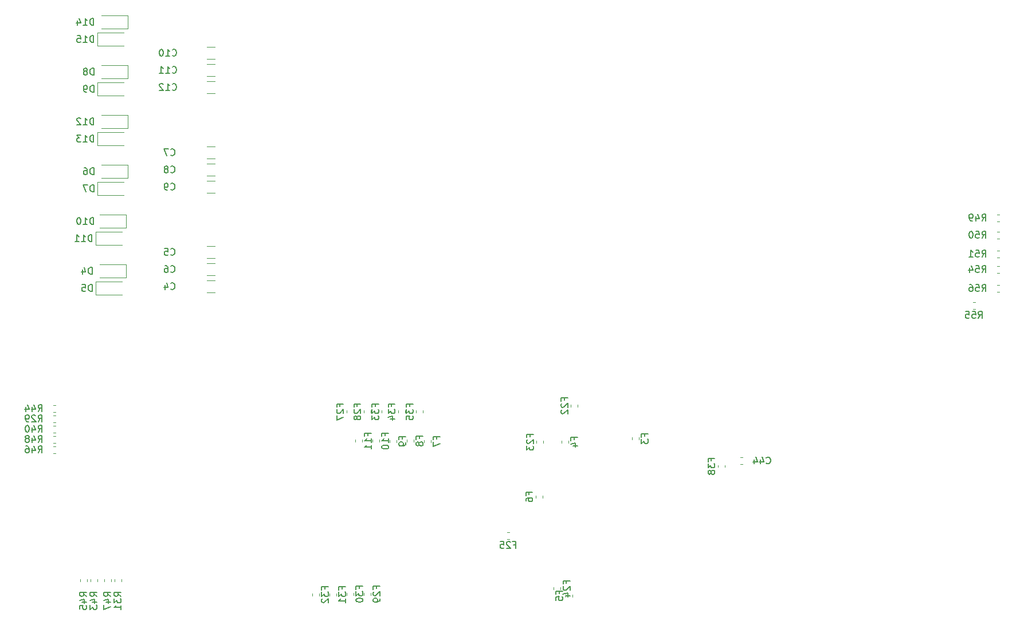
<source format=gbr>
G04 #@! TF.GenerationSoftware,KiCad,Pcbnew,5.1.4*
G04 #@! TF.CreationDate,2019-10-01T18:25:40-04:00*
G04 #@! TF.ProjectId,SolarCarECU,536f6c61-7243-4617-9245-43552e6b6963,rev?*
G04 #@! TF.SameCoordinates,Original*
G04 #@! TF.FileFunction,Legend,Bot*
G04 #@! TF.FilePolarity,Positive*
%FSLAX46Y46*%
G04 Gerber Fmt 4.6, Leading zero omitted, Abs format (unit mm)*
G04 Created by KiCad (PCBNEW 5.1.4) date 2019-10-01 18:25:40*
%MOMM*%
%LPD*%
G04 APERTURE LIST*
%ADD10C,0.120000*%
%ADD11C,0.150000*%
G04 APERTURE END LIST*
D10*
X219039221Y-84072000D02*
X219364779Y-84072000D01*
X219039221Y-85092000D02*
X219364779Y-85092000D01*
X219039221Y-81278000D02*
X219364779Y-81278000D01*
X219039221Y-82298000D02*
X219364779Y-82298000D01*
X219039221Y-78992000D02*
X219364779Y-78992000D01*
X219039221Y-80012000D02*
X219364779Y-80012000D01*
X219039221Y-76198000D02*
X219364779Y-76198000D01*
X219039221Y-77218000D02*
X219364779Y-77218000D01*
X219039221Y-73658000D02*
X219364779Y-73658000D01*
X219039221Y-74678000D02*
X219364779Y-74678000D01*
X79918779Y-107444000D02*
X79593221Y-107444000D01*
X79918779Y-106424000D02*
X79593221Y-106424000D01*
X88140000Y-127599221D02*
X88140000Y-127924779D01*
X87120000Y-127599221D02*
X87120000Y-127924779D01*
X79918779Y-108968000D02*
X79593221Y-108968000D01*
X79918779Y-107948000D02*
X79593221Y-107948000D01*
X84584000Y-127599221D02*
X84584000Y-127924779D01*
X83564000Y-127599221D02*
X83564000Y-127924779D01*
X79918779Y-102872000D02*
X79593221Y-102872000D01*
X79918779Y-101852000D02*
X79593221Y-101852000D01*
X86108000Y-127599221D02*
X86108000Y-127924779D01*
X85088000Y-127599221D02*
X85088000Y-127924779D01*
X79918779Y-105920000D02*
X79593221Y-105920000D01*
X79918779Y-104900000D02*
X79593221Y-104900000D01*
X89664000Y-127599221D02*
X89664000Y-127924779D01*
X88644000Y-127599221D02*
X88644000Y-127924779D01*
X79918779Y-104396000D02*
X79593221Y-104396000D01*
X79918779Y-103376000D02*
X79593221Y-103376000D01*
X181091721Y-109599000D02*
X181417279Y-109599000D01*
X181091721Y-110619000D02*
X181417279Y-110619000D01*
X86142000Y-48752000D02*
X90042000Y-48752000D01*
X86142000Y-46752000D02*
X90042000Y-46752000D01*
X86142000Y-48752000D02*
X86142000Y-46752000D01*
X90642000Y-44212000D02*
X86742000Y-44212000D01*
X90642000Y-46212000D02*
X86742000Y-46212000D01*
X90642000Y-44212000D02*
X90642000Y-46212000D01*
X86142000Y-63484000D02*
X90042000Y-63484000D01*
X86142000Y-61484000D02*
X90042000Y-61484000D01*
X86142000Y-63484000D02*
X86142000Y-61484000D01*
X90642000Y-58944000D02*
X86742000Y-58944000D01*
X90642000Y-60944000D02*
X86742000Y-60944000D01*
X90642000Y-58944000D02*
X90642000Y-60944000D01*
X85888000Y-78216000D02*
X89788000Y-78216000D01*
X85888000Y-76216000D02*
X89788000Y-76216000D01*
X85888000Y-78216000D02*
X85888000Y-76216000D01*
X90388000Y-73676000D02*
X86488000Y-73676000D01*
X90388000Y-75676000D02*
X86488000Y-75676000D01*
X90388000Y-73676000D02*
X90388000Y-75676000D01*
X86142000Y-56118000D02*
X90042000Y-56118000D01*
X86142000Y-54118000D02*
X90042000Y-54118000D01*
X86142000Y-56118000D02*
X86142000Y-54118000D01*
X90642000Y-51578000D02*
X86742000Y-51578000D01*
X90642000Y-53578000D02*
X86742000Y-53578000D01*
X90642000Y-51578000D02*
X90642000Y-53578000D01*
X86142000Y-70850000D02*
X90042000Y-70850000D01*
X86142000Y-68850000D02*
X90042000Y-68850000D01*
X86142000Y-70850000D02*
X86142000Y-68850000D01*
X90642000Y-66310000D02*
X86742000Y-66310000D01*
X90642000Y-68310000D02*
X86742000Y-68310000D01*
X90642000Y-66310000D02*
X90642000Y-68310000D01*
X85888000Y-85582000D02*
X89788000Y-85582000D01*
X85888000Y-83582000D02*
X89788000Y-83582000D01*
X85888000Y-85582000D02*
X85888000Y-83582000D01*
X90388000Y-81042000D02*
X86488000Y-81042000D01*
X90388000Y-83042000D02*
X86488000Y-83042000D01*
X90388000Y-81042000D02*
X90388000Y-83042000D01*
X103472064Y-55774000D02*
X102267936Y-55774000D01*
X103472064Y-53954000D02*
X102267936Y-53954000D01*
X103472064Y-82698000D02*
X102267936Y-82698000D01*
X103472064Y-80878000D02*
X102267936Y-80878000D01*
X103472064Y-65426000D02*
X102267936Y-65426000D01*
X103472064Y-63606000D02*
X102267936Y-63606000D01*
X103472064Y-53234000D02*
X102267936Y-53234000D01*
X103472064Y-51414000D02*
X102267936Y-51414000D01*
X103472064Y-50694000D02*
X102267936Y-50694000D01*
X103472064Y-48874000D02*
X102267936Y-48874000D01*
X103472064Y-80158000D02*
X102267936Y-80158000D01*
X103472064Y-78338000D02*
X102267936Y-78338000D01*
X103472064Y-85238000D02*
X102267936Y-85238000D01*
X103472064Y-83418000D02*
X102267936Y-83418000D01*
X103472064Y-70506000D02*
X102267936Y-70506000D01*
X103472064Y-68686000D02*
X102267936Y-68686000D01*
X103472064Y-67966000D02*
X102267936Y-67966000D01*
X103472064Y-66146000D02*
X102267936Y-66146000D01*
X165098000Y-106969779D02*
X165098000Y-106644221D01*
X166118000Y-106969779D02*
X166118000Y-106644221D01*
X155704000Y-107452279D02*
X155704000Y-107126721D01*
X154684000Y-107452279D02*
X154684000Y-107126721D01*
X155319000Y-129885221D02*
X155319000Y-130210779D01*
X156339000Y-129885221D02*
X156339000Y-130210779D01*
X151894000Y-115254721D02*
X151894000Y-115580279D01*
X150874000Y-115254721D02*
X150874000Y-115580279D01*
X135384000Y-107350779D02*
X135384000Y-107025221D01*
X134364000Y-107350779D02*
X134364000Y-107025221D01*
X131824000Y-107325279D02*
X131824000Y-106999721D01*
X132844000Y-107325279D02*
X132844000Y-106999721D01*
X130304000Y-107350779D02*
X130304000Y-107025221D01*
X129284000Y-107350779D02*
X129284000Y-107025221D01*
X126744000Y-107325279D02*
X126744000Y-106999721D01*
X127764000Y-107325279D02*
X127764000Y-106999721D01*
X125224000Y-107325279D02*
X125224000Y-106999721D01*
X124204000Y-107325279D02*
X124204000Y-106999721D01*
X156081000Y-101792721D02*
X156081000Y-102118279D01*
X157101000Y-101792721D02*
X157101000Y-102118279D01*
X152021000Y-107152221D02*
X152021000Y-107477779D01*
X151001000Y-107152221D02*
X151001000Y-107477779D01*
X153541000Y-129169279D02*
X153541000Y-128843721D01*
X154561000Y-129169279D02*
X154561000Y-128843721D01*
X146623721Y-120648000D02*
X146949279Y-120648000D01*
X146623721Y-121668000D02*
X146949279Y-121668000D01*
X123954000Y-102681721D02*
X123954000Y-103007279D01*
X122934000Y-102681721D02*
X122934000Y-103007279D01*
X125474000Y-102681721D02*
X125474000Y-103007279D01*
X126494000Y-102681721D02*
X126494000Y-103007279D01*
X125474000Y-129982279D02*
X125474000Y-129656721D01*
X126494000Y-129982279D02*
X126494000Y-129656721D01*
X123954000Y-129982279D02*
X123954000Y-129656721D01*
X122934000Y-129982279D02*
X122934000Y-129656721D01*
X120394000Y-130058279D02*
X120394000Y-129732721D01*
X121414000Y-130058279D02*
X121414000Y-129732721D01*
X118874000Y-130058279D02*
X118874000Y-129732721D01*
X117854000Y-130058279D02*
X117854000Y-129732721D01*
X129161000Y-102681721D02*
X129161000Y-103007279D01*
X128141000Y-102681721D02*
X128141000Y-103007279D01*
X130554000Y-102681721D02*
X130554000Y-103007279D01*
X131574000Y-102681721D02*
X131574000Y-103007279D01*
X134241000Y-102681721D02*
X134241000Y-103007279D01*
X133221000Y-102681721D02*
X133221000Y-103007279D01*
X177798000Y-110733721D02*
X177798000Y-111059279D01*
X178818000Y-110733721D02*
X178818000Y-111059279D01*
X215457721Y-87632000D02*
X215783279Y-87632000D01*
X215457721Y-86612000D02*
X215783279Y-86612000D01*
D11*
X216796857Y-85034380D02*
X217130190Y-84558190D01*
X217368285Y-85034380D02*
X217368285Y-84034380D01*
X216987333Y-84034380D01*
X216892095Y-84082000D01*
X216844476Y-84129619D01*
X216796857Y-84224857D01*
X216796857Y-84367714D01*
X216844476Y-84462952D01*
X216892095Y-84510571D01*
X216987333Y-84558190D01*
X217368285Y-84558190D01*
X215892095Y-84034380D02*
X216368285Y-84034380D01*
X216415904Y-84510571D01*
X216368285Y-84462952D01*
X216273047Y-84415333D01*
X216034952Y-84415333D01*
X215939714Y-84462952D01*
X215892095Y-84510571D01*
X215844476Y-84605809D01*
X215844476Y-84843904D01*
X215892095Y-84939142D01*
X215939714Y-84986761D01*
X216034952Y-85034380D01*
X216273047Y-85034380D01*
X216368285Y-84986761D01*
X216415904Y-84939142D01*
X214987333Y-84034380D02*
X215177809Y-84034380D01*
X215273047Y-84082000D01*
X215320666Y-84129619D01*
X215415904Y-84272476D01*
X215463523Y-84462952D01*
X215463523Y-84843904D01*
X215415904Y-84939142D01*
X215368285Y-84986761D01*
X215273047Y-85034380D01*
X215082571Y-85034380D01*
X214987333Y-84986761D01*
X214939714Y-84939142D01*
X214892095Y-84843904D01*
X214892095Y-84605809D01*
X214939714Y-84510571D01*
X214987333Y-84462952D01*
X215082571Y-84415333D01*
X215273047Y-84415333D01*
X215368285Y-84462952D01*
X215415904Y-84510571D01*
X215463523Y-84605809D01*
X216796857Y-82240380D02*
X217130190Y-81764190D01*
X217368285Y-82240380D02*
X217368285Y-81240380D01*
X216987333Y-81240380D01*
X216892095Y-81288000D01*
X216844476Y-81335619D01*
X216796857Y-81430857D01*
X216796857Y-81573714D01*
X216844476Y-81668952D01*
X216892095Y-81716571D01*
X216987333Y-81764190D01*
X217368285Y-81764190D01*
X215892095Y-81240380D02*
X216368285Y-81240380D01*
X216415904Y-81716571D01*
X216368285Y-81668952D01*
X216273047Y-81621333D01*
X216034952Y-81621333D01*
X215939714Y-81668952D01*
X215892095Y-81716571D01*
X215844476Y-81811809D01*
X215844476Y-82049904D01*
X215892095Y-82145142D01*
X215939714Y-82192761D01*
X216034952Y-82240380D01*
X216273047Y-82240380D01*
X216368285Y-82192761D01*
X216415904Y-82145142D01*
X214987333Y-81573714D02*
X214987333Y-82240380D01*
X215225428Y-81192761D02*
X215463523Y-81907047D01*
X214844476Y-81907047D01*
X216796857Y-79954380D02*
X217130190Y-79478190D01*
X217368285Y-79954380D02*
X217368285Y-78954380D01*
X216987333Y-78954380D01*
X216892095Y-79002000D01*
X216844476Y-79049619D01*
X216796857Y-79144857D01*
X216796857Y-79287714D01*
X216844476Y-79382952D01*
X216892095Y-79430571D01*
X216987333Y-79478190D01*
X217368285Y-79478190D01*
X215892095Y-78954380D02*
X216368285Y-78954380D01*
X216415904Y-79430571D01*
X216368285Y-79382952D01*
X216273047Y-79335333D01*
X216034952Y-79335333D01*
X215939714Y-79382952D01*
X215892095Y-79430571D01*
X215844476Y-79525809D01*
X215844476Y-79763904D01*
X215892095Y-79859142D01*
X215939714Y-79906761D01*
X216034952Y-79954380D01*
X216273047Y-79954380D01*
X216368285Y-79906761D01*
X216415904Y-79859142D01*
X214892095Y-79954380D02*
X215463523Y-79954380D01*
X215177809Y-79954380D02*
X215177809Y-78954380D01*
X215273047Y-79097238D01*
X215368285Y-79192476D01*
X215463523Y-79240095D01*
X216796857Y-77160380D02*
X217130190Y-76684190D01*
X217368285Y-77160380D02*
X217368285Y-76160380D01*
X216987333Y-76160380D01*
X216892095Y-76208000D01*
X216844476Y-76255619D01*
X216796857Y-76350857D01*
X216796857Y-76493714D01*
X216844476Y-76588952D01*
X216892095Y-76636571D01*
X216987333Y-76684190D01*
X217368285Y-76684190D01*
X215892095Y-76160380D02*
X216368285Y-76160380D01*
X216415904Y-76636571D01*
X216368285Y-76588952D01*
X216273047Y-76541333D01*
X216034952Y-76541333D01*
X215939714Y-76588952D01*
X215892095Y-76636571D01*
X215844476Y-76731809D01*
X215844476Y-76969904D01*
X215892095Y-77065142D01*
X215939714Y-77112761D01*
X216034952Y-77160380D01*
X216273047Y-77160380D01*
X216368285Y-77112761D01*
X216415904Y-77065142D01*
X215225428Y-76160380D02*
X215130190Y-76160380D01*
X215034952Y-76208000D01*
X214987333Y-76255619D01*
X214939714Y-76350857D01*
X214892095Y-76541333D01*
X214892095Y-76779428D01*
X214939714Y-76969904D01*
X214987333Y-77065142D01*
X215034952Y-77112761D01*
X215130190Y-77160380D01*
X215225428Y-77160380D01*
X215320666Y-77112761D01*
X215368285Y-77065142D01*
X215415904Y-76969904D01*
X215463523Y-76779428D01*
X215463523Y-76541333D01*
X215415904Y-76350857D01*
X215368285Y-76255619D01*
X215320666Y-76208000D01*
X215225428Y-76160380D01*
X216796857Y-74620380D02*
X217130190Y-74144190D01*
X217368285Y-74620380D02*
X217368285Y-73620380D01*
X216987333Y-73620380D01*
X216892095Y-73668000D01*
X216844476Y-73715619D01*
X216796857Y-73810857D01*
X216796857Y-73953714D01*
X216844476Y-74048952D01*
X216892095Y-74096571D01*
X216987333Y-74144190D01*
X217368285Y-74144190D01*
X215939714Y-73953714D02*
X215939714Y-74620380D01*
X216177809Y-73572761D02*
X216415904Y-74287047D01*
X215796857Y-74287047D01*
X215368285Y-74620380D02*
X215177809Y-74620380D01*
X215082571Y-74572761D01*
X215034952Y-74525142D01*
X214939714Y-74382285D01*
X214892095Y-74191809D01*
X214892095Y-73810857D01*
X214939714Y-73715619D01*
X214987333Y-73668000D01*
X215082571Y-73620380D01*
X215273047Y-73620380D01*
X215368285Y-73668000D01*
X215415904Y-73715619D01*
X215463523Y-73810857D01*
X215463523Y-74048952D01*
X215415904Y-74144190D01*
X215368285Y-74191809D01*
X215273047Y-74239428D01*
X215082571Y-74239428D01*
X214987333Y-74191809D01*
X214939714Y-74144190D01*
X214892095Y-74048952D01*
X77350857Y-107386380D02*
X77684190Y-106910190D01*
X77922285Y-107386380D02*
X77922285Y-106386380D01*
X77541333Y-106386380D01*
X77446095Y-106434000D01*
X77398476Y-106481619D01*
X77350857Y-106576857D01*
X77350857Y-106719714D01*
X77398476Y-106814952D01*
X77446095Y-106862571D01*
X77541333Y-106910190D01*
X77922285Y-106910190D01*
X76493714Y-106719714D02*
X76493714Y-107386380D01*
X76731809Y-106338761D02*
X76969904Y-107053047D01*
X76350857Y-107053047D01*
X75827047Y-106814952D02*
X75922285Y-106767333D01*
X75969904Y-106719714D01*
X76017523Y-106624476D01*
X76017523Y-106576857D01*
X75969904Y-106481619D01*
X75922285Y-106434000D01*
X75827047Y-106386380D01*
X75636571Y-106386380D01*
X75541333Y-106434000D01*
X75493714Y-106481619D01*
X75446095Y-106576857D01*
X75446095Y-106624476D01*
X75493714Y-106719714D01*
X75541333Y-106767333D01*
X75636571Y-106814952D01*
X75827047Y-106814952D01*
X75922285Y-106862571D01*
X75969904Y-106910190D01*
X76017523Y-107005428D01*
X76017523Y-107195904D01*
X75969904Y-107291142D01*
X75922285Y-107338761D01*
X75827047Y-107386380D01*
X75636571Y-107386380D01*
X75541333Y-107338761D01*
X75493714Y-107291142D01*
X75446095Y-107195904D01*
X75446095Y-107005428D01*
X75493714Y-106910190D01*
X75541333Y-106862571D01*
X75636571Y-106814952D01*
X88082380Y-130167142D02*
X87606190Y-129833809D01*
X88082380Y-129595714D02*
X87082380Y-129595714D01*
X87082380Y-129976666D01*
X87130000Y-130071904D01*
X87177619Y-130119523D01*
X87272857Y-130167142D01*
X87415714Y-130167142D01*
X87510952Y-130119523D01*
X87558571Y-130071904D01*
X87606190Y-129976666D01*
X87606190Y-129595714D01*
X87415714Y-131024285D02*
X88082380Y-131024285D01*
X87034761Y-130786190D02*
X87749047Y-130548095D01*
X87749047Y-131167142D01*
X87082380Y-131452857D02*
X87082380Y-132119523D01*
X88082380Y-131690952D01*
X77350857Y-108910380D02*
X77684190Y-108434190D01*
X77922285Y-108910380D02*
X77922285Y-107910380D01*
X77541333Y-107910380D01*
X77446095Y-107958000D01*
X77398476Y-108005619D01*
X77350857Y-108100857D01*
X77350857Y-108243714D01*
X77398476Y-108338952D01*
X77446095Y-108386571D01*
X77541333Y-108434190D01*
X77922285Y-108434190D01*
X76493714Y-108243714D02*
X76493714Y-108910380D01*
X76731809Y-107862761D02*
X76969904Y-108577047D01*
X76350857Y-108577047D01*
X75541333Y-107910380D02*
X75731809Y-107910380D01*
X75827047Y-107958000D01*
X75874666Y-108005619D01*
X75969904Y-108148476D01*
X76017523Y-108338952D01*
X76017523Y-108719904D01*
X75969904Y-108815142D01*
X75922285Y-108862761D01*
X75827047Y-108910380D01*
X75636571Y-108910380D01*
X75541333Y-108862761D01*
X75493714Y-108815142D01*
X75446095Y-108719904D01*
X75446095Y-108481809D01*
X75493714Y-108386571D01*
X75541333Y-108338952D01*
X75636571Y-108291333D01*
X75827047Y-108291333D01*
X75922285Y-108338952D01*
X75969904Y-108386571D01*
X76017523Y-108481809D01*
X84526380Y-130167142D02*
X84050190Y-129833809D01*
X84526380Y-129595714D02*
X83526380Y-129595714D01*
X83526380Y-129976666D01*
X83574000Y-130071904D01*
X83621619Y-130119523D01*
X83716857Y-130167142D01*
X83859714Y-130167142D01*
X83954952Y-130119523D01*
X84002571Y-130071904D01*
X84050190Y-129976666D01*
X84050190Y-129595714D01*
X83859714Y-131024285D02*
X84526380Y-131024285D01*
X83478761Y-130786190D02*
X84193047Y-130548095D01*
X84193047Y-131167142D01*
X83526380Y-132024285D02*
X83526380Y-131548095D01*
X84002571Y-131500476D01*
X83954952Y-131548095D01*
X83907333Y-131643333D01*
X83907333Y-131881428D01*
X83954952Y-131976666D01*
X84002571Y-132024285D01*
X84097809Y-132071904D01*
X84335904Y-132071904D01*
X84431142Y-132024285D01*
X84478761Y-131976666D01*
X84526380Y-131881428D01*
X84526380Y-131643333D01*
X84478761Y-131548095D01*
X84431142Y-131500476D01*
X77350857Y-102814380D02*
X77684190Y-102338190D01*
X77922285Y-102814380D02*
X77922285Y-101814380D01*
X77541333Y-101814380D01*
X77446095Y-101862000D01*
X77398476Y-101909619D01*
X77350857Y-102004857D01*
X77350857Y-102147714D01*
X77398476Y-102242952D01*
X77446095Y-102290571D01*
X77541333Y-102338190D01*
X77922285Y-102338190D01*
X76493714Y-102147714D02*
X76493714Y-102814380D01*
X76731809Y-101766761D02*
X76969904Y-102481047D01*
X76350857Y-102481047D01*
X75541333Y-102147714D02*
X75541333Y-102814380D01*
X75779428Y-101766761D02*
X76017523Y-102481047D01*
X75398476Y-102481047D01*
X86050380Y-130167142D02*
X85574190Y-129833809D01*
X86050380Y-129595714D02*
X85050380Y-129595714D01*
X85050380Y-129976666D01*
X85098000Y-130071904D01*
X85145619Y-130119523D01*
X85240857Y-130167142D01*
X85383714Y-130167142D01*
X85478952Y-130119523D01*
X85526571Y-130071904D01*
X85574190Y-129976666D01*
X85574190Y-129595714D01*
X85383714Y-131024285D02*
X86050380Y-131024285D01*
X85002761Y-130786190D02*
X85717047Y-130548095D01*
X85717047Y-131167142D01*
X85050380Y-131452857D02*
X85050380Y-132071904D01*
X85431333Y-131738571D01*
X85431333Y-131881428D01*
X85478952Y-131976666D01*
X85526571Y-132024285D01*
X85621809Y-132071904D01*
X85859904Y-132071904D01*
X85955142Y-132024285D01*
X86002761Y-131976666D01*
X86050380Y-131881428D01*
X86050380Y-131595714D01*
X86002761Y-131500476D01*
X85955142Y-131452857D01*
X77350857Y-105862380D02*
X77684190Y-105386190D01*
X77922285Y-105862380D02*
X77922285Y-104862380D01*
X77541333Y-104862380D01*
X77446095Y-104910000D01*
X77398476Y-104957619D01*
X77350857Y-105052857D01*
X77350857Y-105195714D01*
X77398476Y-105290952D01*
X77446095Y-105338571D01*
X77541333Y-105386190D01*
X77922285Y-105386190D01*
X76493714Y-105195714D02*
X76493714Y-105862380D01*
X76731809Y-104814761D02*
X76969904Y-105529047D01*
X76350857Y-105529047D01*
X75779428Y-104862380D02*
X75684190Y-104862380D01*
X75588952Y-104910000D01*
X75541333Y-104957619D01*
X75493714Y-105052857D01*
X75446095Y-105243333D01*
X75446095Y-105481428D01*
X75493714Y-105671904D01*
X75541333Y-105767142D01*
X75588952Y-105814761D01*
X75684190Y-105862380D01*
X75779428Y-105862380D01*
X75874666Y-105814761D01*
X75922285Y-105767142D01*
X75969904Y-105671904D01*
X76017523Y-105481428D01*
X76017523Y-105243333D01*
X75969904Y-105052857D01*
X75922285Y-104957619D01*
X75874666Y-104910000D01*
X75779428Y-104862380D01*
X89606380Y-130167142D02*
X89130190Y-129833809D01*
X89606380Y-129595714D02*
X88606380Y-129595714D01*
X88606380Y-129976666D01*
X88654000Y-130071904D01*
X88701619Y-130119523D01*
X88796857Y-130167142D01*
X88939714Y-130167142D01*
X89034952Y-130119523D01*
X89082571Y-130071904D01*
X89130190Y-129976666D01*
X89130190Y-129595714D01*
X88606380Y-130500476D02*
X88606380Y-131119523D01*
X88987333Y-130786190D01*
X88987333Y-130929047D01*
X89034952Y-131024285D01*
X89082571Y-131071904D01*
X89177809Y-131119523D01*
X89415904Y-131119523D01*
X89511142Y-131071904D01*
X89558761Y-131024285D01*
X89606380Y-130929047D01*
X89606380Y-130643333D01*
X89558761Y-130548095D01*
X89511142Y-130500476D01*
X89606380Y-132071904D02*
X89606380Y-131500476D01*
X89606380Y-131786190D02*
X88606380Y-131786190D01*
X88749238Y-131690952D01*
X88844476Y-131595714D01*
X88892095Y-131500476D01*
X77350857Y-104338380D02*
X77684190Y-103862190D01*
X77922285Y-104338380D02*
X77922285Y-103338380D01*
X77541333Y-103338380D01*
X77446095Y-103386000D01*
X77398476Y-103433619D01*
X77350857Y-103528857D01*
X77350857Y-103671714D01*
X77398476Y-103766952D01*
X77446095Y-103814571D01*
X77541333Y-103862190D01*
X77922285Y-103862190D01*
X76969904Y-103433619D02*
X76922285Y-103386000D01*
X76827047Y-103338380D01*
X76588952Y-103338380D01*
X76493714Y-103386000D01*
X76446095Y-103433619D01*
X76398476Y-103528857D01*
X76398476Y-103624095D01*
X76446095Y-103766952D01*
X77017523Y-104338380D01*
X76398476Y-104338380D01*
X75922285Y-104338380D02*
X75731809Y-104338380D01*
X75636571Y-104290761D01*
X75588952Y-104243142D01*
X75493714Y-104100285D01*
X75446095Y-103909809D01*
X75446095Y-103528857D01*
X75493714Y-103433619D01*
X75541333Y-103386000D01*
X75636571Y-103338380D01*
X75827047Y-103338380D01*
X75922285Y-103386000D01*
X75969904Y-103433619D01*
X76017523Y-103528857D01*
X76017523Y-103766952D01*
X75969904Y-103862190D01*
X75922285Y-103909809D01*
X75827047Y-103957428D01*
X75636571Y-103957428D01*
X75541333Y-103909809D01*
X75493714Y-103862190D01*
X75446095Y-103766952D01*
X184945357Y-110466142D02*
X184992976Y-110513761D01*
X185135833Y-110561380D01*
X185231071Y-110561380D01*
X185373928Y-110513761D01*
X185469166Y-110418523D01*
X185516785Y-110323285D01*
X185564404Y-110132809D01*
X185564404Y-109989952D01*
X185516785Y-109799476D01*
X185469166Y-109704238D01*
X185373928Y-109609000D01*
X185231071Y-109561380D01*
X185135833Y-109561380D01*
X184992976Y-109609000D01*
X184945357Y-109656619D01*
X184088214Y-109894714D02*
X184088214Y-110561380D01*
X184326309Y-109513761D02*
X184564404Y-110228047D01*
X183945357Y-110228047D01*
X183135833Y-109894714D02*
X183135833Y-110561380D01*
X183373928Y-109513761D02*
X183612023Y-110228047D01*
X182992976Y-110228047D01*
X85542285Y-48204380D02*
X85542285Y-47204380D01*
X85304190Y-47204380D01*
X85161333Y-47252000D01*
X85066095Y-47347238D01*
X85018476Y-47442476D01*
X84970857Y-47632952D01*
X84970857Y-47775809D01*
X85018476Y-47966285D01*
X85066095Y-48061523D01*
X85161333Y-48156761D01*
X85304190Y-48204380D01*
X85542285Y-48204380D01*
X84018476Y-48204380D02*
X84589904Y-48204380D01*
X84304190Y-48204380D02*
X84304190Y-47204380D01*
X84399428Y-47347238D01*
X84494666Y-47442476D01*
X84589904Y-47490095D01*
X83113714Y-47204380D02*
X83589904Y-47204380D01*
X83637523Y-47680571D01*
X83589904Y-47632952D01*
X83494666Y-47585333D01*
X83256571Y-47585333D01*
X83161333Y-47632952D01*
X83113714Y-47680571D01*
X83066095Y-47775809D01*
X83066095Y-48013904D01*
X83113714Y-48109142D01*
X83161333Y-48156761D01*
X83256571Y-48204380D01*
X83494666Y-48204380D01*
X83589904Y-48156761D01*
X83637523Y-48109142D01*
X85542285Y-45664380D02*
X85542285Y-44664380D01*
X85304190Y-44664380D01*
X85161333Y-44712000D01*
X85066095Y-44807238D01*
X85018476Y-44902476D01*
X84970857Y-45092952D01*
X84970857Y-45235809D01*
X85018476Y-45426285D01*
X85066095Y-45521523D01*
X85161333Y-45616761D01*
X85304190Y-45664380D01*
X85542285Y-45664380D01*
X84018476Y-45664380D02*
X84589904Y-45664380D01*
X84304190Y-45664380D02*
X84304190Y-44664380D01*
X84399428Y-44807238D01*
X84494666Y-44902476D01*
X84589904Y-44950095D01*
X83161333Y-44997714D02*
X83161333Y-45664380D01*
X83399428Y-44616761D02*
X83637523Y-45331047D01*
X83018476Y-45331047D01*
X85542285Y-62936380D02*
X85542285Y-61936380D01*
X85304190Y-61936380D01*
X85161333Y-61984000D01*
X85066095Y-62079238D01*
X85018476Y-62174476D01*
X84970857Y-62364952D01*
X84970857Y-62507809D01*
X85018476Y-62698285D01*
X85066095Y-62793523D01*
X85161333Y-62888761D01*
X85304190Y-62936380D01*
X85542285Y-62936380D01*
X84018476Y-62936380D02*
X84589904Y-62936380D01*
X84304190Y-62936380D02*
X84304190Y-61936380D01*
X84399428Y-62079238D01*
X84494666Y-62174476D01*
X84589904Y-62222095D01*
X83685142Y-61936380D02*
X83066095Y-61936380D01*
X83399428Y-62317333D01*
X83256571Y-62317333D01*
X83161333Y-62364952D01*
X83113714Y-62412571D01*
X83066095Y-62507809D01*
X83066095Y-62745904D01*
X83113714Y-62841142D01*
X83161333Y-62888761D01*
X83256571Y-62936380D01*
X83542285Y-62936380D01*
X83637523Y-62888761D01*
X83685142Y-62841142D01*
X85542285Y-60396380D02*
X85542285Y-59396380D01*
X85304190Y-59396380D01*
X85161333Y-59444000D01*
X85066095Y-59539238D01*
X85018476Y-59634476D01*
X84970857Y-59824952D01*
X84970857Y-59967809D01*
X85018476Y-60158285D01*
X85066095Y-60253523D01*
X85161333Y-60348761D01*
X85304190Y-60396380D01*
X85542285Y-60396380D01*
X84018476Y-60396380D02*
X84589904Y-60396380D01*
X84304190Y-60396380D02*
X84304190Y-59396380D01*
X84399428Y-59539238D01*
X84494666Y-59634476D01*
X84589904Y-59682095D01*
X83637523Y-59491619D02*
X83589904Y-59444000D01*
X83494666Y-59396380D01*
X83256571Y-59396380D01*
X83161333Y-59444000D01*
X83113714Y-59491619D01*
X83066095Y-59586857D01*
X83066095Y-59682095D01*
X83113714Y-59824952D01*
X83685142Y-60396380D01*
X83066095Y-60396380D01*
X85288285Y-77668380D02*
X85288285Y-76668380D01*
X85050190Y-76668380D01*
X84907333Y-76716000D01*
X84812095Y-76811238D01*
X84764476Y-76906476D01*
X84716857Y-77096952D01*
X84716857Y-77239809D01*
X84764476Y-77430285D01*
X84812095Y-77525523D01*
X84907333Y-77620761D01*
X85050190Y-77668380D01*
X85288285Y-77668380D01*
X83764476Y-77668380D02*
X84335904Y-77668380D01*
X84050190Y-77668380D02*
X84050190Y-76668380D01*
X84145428Y-76811238D01*
X84240666Y-76906476D01*
X84335904Y-76954095D01*
X82812095Y-77668380D02*
X83383523Y-77668380D01*
X83097809Y-77668380D02*
X83097809Y-76668380D01*
X83193047Y-76811238D01*
X83288285Y-76906476D01*
X83383523Y-76954095D01*
X85542285Y-75128380D02*
X85542285Y-74128380D01*
X85304190Y-74128380D01*
X85161333Y-74176000D01*
X85066095Y-74271238D01*
X85018476Y-74366476D01*
X84970857Y-74556952D01*
X84970857Y-74699809D01*
X85018476Y-74890285D01*
X85066095Y-74985523D01*
X85161333Y-75080761D01*
X85304190Y-75128380D01*
X85542285Y-75128380D01*
X84018476Y-75128380D02*
X84589904Y-75128380D01*
X84304190Y-75128380D02*
X84304190Y-74128380D01*
X84399428Y-74271238D01*
X84494666Y-74366476D01*
X84589904Y-74414095D01*
X83399428Y-74128380D02*
X83304190Y-74128380D01*
X83208952Y-74176000D01*
X83161333Y-74223619D01*
X83113714Y-74318857D01*
X83066095Y-74509333D01*
X83066095Y-74747428D01*
X83113714Y-74937904D01*
X83161333Y-75033142D01*
X83208952Y-75080761D01*
X83304190Y-75128380D01*
X83399428Y-75128380D01*
X83494666Y-75080761D01*
X83542285Y-75033142D01*
X83589904Y-74937904D01*
X83637523Y-74747428D01*
X83637523Y-74509333D01*
X83589904Y-74318857D01*
X83542285Y-74223619D01*
X83494666Y-74176000D01*
X83399428Y-74128380D01*
X85574095Y-55570380D02*
X85574095Y-54570380D01*
X85336000Y-54570380D01*
X85193142Y-54618000D01*
X85097904Y-54713238D01*
X85050285Y-54808476D01*
X85002666Y-54998952D01*
X85002666Y-55141809D01*
X85050285Y-55332285D01*
X85097904Y-55427523D01*
X85193142Y-55522761D01*
X85336000Y-55570380D01*
X85574095Y-55570380D01*
X84526476Y-55570380D02*
X84336000Y-55570380D01*
X84240761Y-55522761D01*
X84193142Y-55475142D01*
X84097904Y-55332285D01*
X84050285Y-55141809D01*
X84050285Y-54760857D01*
X84097904Y-54665619D01*
X84145523Y-54618000D01*
X84240761Y-54570380D01*
X84431238Y-54570380D01*
X84526476Y-54618000D01*
X84574095Y-54665619D01*
X84621714Y-54760857D01*
X84621714Y-54998952D01*
X84574095Y-55094190D01*
X84526476Y-55141809D01*
X84431238Y-55189428D01*
X84240761Y-55189428D01*
X84145523Y-55141809D01*
X84097904Y-55094190D01*
X84050285Y-54998952D01*
X85574095Y-53030380D02*
X85574095Y-52030380D01*
X85336000Y-52030380D01*
X85193142Y-52078000D01*
X85097904Y-52173238D01*
X85050285Y-52268476D01*
X85002666Y-52458952D01*
X85002666Y-52601809D01*
X85050285Y-52792285D01*
X85097904Y-52887523D01*
X85193142Y-52982761D01*
X85336000Y-53030380D01*
X85574095Y-53030380D01*
X84431238Y-52458952D02*
X84526476Y-52411333D01*
X84574095Y-52363714D01*
X84621714Y-52268476D01*
X84621714Y-52220857D01*
X84574095Y-52125619D01*
X84526476Y-52078000D01*
X84431238Y-52030380D01*
X84240761Y-52030380D01*
X84145523Y-52078000D01*
X84097904Y-52125619D01*
X84050285Y-52220857D01*
X84050285Y-52268476D01*
X84097904Y-52363714D01*
X84145523Y-52411333D01*
X84240761Y-52458952D01*
X84431238Y-52458952D01*
X84526476Y-52506571D01*
X84574095Y-52554190D01*
X84621714Y-52649428D01*
X84621714Y-52839904D01*
X84574095Y-52935142D01*
X84526476Y-52982761D01*
X84431238Y-53030380D01*
X84240761Y-53030380D01*
X84145523Y-52982761D01*
X84097904Y-52935142D01*
X84050285Y-52839904D01*
X84050285Y-52649428D01*
X84097904Y-52554190D01*
X84145523Y-52506571D01*
X84240761Y-52458952D01*
X85574095Y-70302380D02*
X85574095Y-69302380D01*
X85336000Y-69302380D01*
X85193142Y-69350000D01*
X85097904Y-69445238D01*
X85050285Y-69540476D01*
X85002666Y-69730952D01*
X85002666Y-69873809D01*
X85050285Y-70064285D01*
X85097904Y-70159523D01*
X85193142Y-70254761D01*
X85336000Y-70302380D01*
X85574095Y-70302380D01*
X84669333Y-69302380D02*
X84002666Y-69302380D01*
X84431238Y-70302380D01*
X85574095Y-67762380D02*
X85574095Y-66762380D01*
X85336000Y-66762380D01*
X85193142Y-66810000D01*
X85097904Y-66905238D01*
X85050285Y-67000476D01*
X85002666Y-67190952D01*
X85002666Y-67333809D01*
X85050285Y-67524285D01*
X85097904Y-67619523D01*
X85193142Y-67714761D01*
X85336000Y-67762380D01*
X85574095Y-67762380D01*
X84145523Y-66762380D02*
X84336000Y-66762380D01*
X84431238Y-66810000D01*
X84478857Y-66857619D01*
X84574095Y-67000476D01*
X84621714Y-67190952D01*
X84621714Y-67571904D01*
X84574095Y-67667142D01*
X84526476Y-67714761D01*
X84431238Y-67762380D01*
X84240761Y-67762380D01*
X84145523Y-67714761D01*
X84097904Y-67667142D01*
X84050285Y-67571904D01*
X84050285Y-67333809D01*
X84097904Y-67238571D01*
X84145523Y-67190952D01*
X84240761Y-67143333D01*
X84431238Y-67143333D01*
X84526476Y-67190952D01*
X84574095Y-67238571D01*
X84621714Y-67333809D01*
X85320095Y-85034380D02*
X85320095Y-84034380D01*
X85082000Y-84034380D01*
X84939142Y-84082000D01*
X84843904Y-84177238D01*
X84796285Y-84272476D01*
X84748666Y-84462952D01*
X84748666Y-84605809D01*
X84796285Y-84796285D01*
X84843904Y-84891523D01*
X84939142Y-84986761D01*
X85082000Y-85034380D01*
X85320095Y-85034380D01*
X83843904Y-84034380D02*
X84320095Y-84034380D01*
X84367714Y-84510571D01*
X84320095Y-84462952D01*
X84224857Y-84415333D01*
X83986761Y-84415333D01*
X83891523Y-84462952D01*
X83843904Y-84510571D01*
X83796285Y-84605809D01*
X83796285Y-84843904D01*
X83843904Y-84939142D01*
X83891523Y-84986761D01*
X83986761Y-85034380D01*
X84224857Y-85034380D01*
X84320095Y-84986761D01*
X84367714Y-84939142D01*
X85320095Y-82494380D02*
X85320095Y-81494380D01*
X85082000Y-81494380D01*
X84939142Y-81542000D01*
X84843904Y-81637238D01*
X84796285Y-81732476D01*
X84748666Y-81922952D01*
X84748666Y-82065809D01*
X84796285Y-82256285D01*
X84843904Y-82351523D01*
X84939142Y-82446761D01*
X85082000Y-82494380D01*
X85320095Y-82494380D01*
X83891523Y-81827714D02*
X83891523Y-82494380D01*
X84129619Y-81446761D02*
X84367714Y-82161047D01*
X83748666Y-82161047D01*
X97162857Y-55209142D02*
X97210476Y-55256761D01*
X97353333Y-55304380D01*
X97448571Y-55304380D01*
X97591428Y-55256761D01*
X97686666Y-55161523D01*
X97734285Y-55066285D01*
X97781904Y-54875809D01*
X97781904Y-54732952D01*
X97734285Y-54542476D01*
X97686666Y-54447238D01*
X97591428Y-54352000D01*
X97448571Y-54304380D01*
X97353333Y-54304380D01*
X97210476Y-54352000D01*
X97162857Y-54399619D01*
X96210476Y-55304380D02*
X96781904Y-55304380D01*
X96496190Y-55304380D02*
X96496190Y-54304380D01*
X96591428Y-54447238D01*
X96686666Y-54542476D01*
X96781904Y-54590095D01*
X95829523Y-54399619D02*
X95781904Y-54352000D01*
X95686666Y-54304380D01*
X95448571Y-54304380D01*
X95353333Y-54352000D01*
X95305714Y-54399619D01*
X95258095Y-54494857D01*
X95258095Y-54590095D01*
X95305714Y-54732952D01*
X95877142Y-55304380D01*
X95258095Y-55304380D01*
X96940666Y-82145142D02*
X96988285Y-82192761D01*
X97131142Y-82240380D01*
X97226380Y-82240380D01*
X97369238Y-82192761D01*
X97464476Y-82097523D01*
X97512095Y-82002285D01*
X97559714Y-81811809D01*
X97559714Y-81668952D01*
X97512095Y-81478476D01*
X97464476Y-81383238D01*
X97369238Y-81288000D01*
X97226380Y-81240380D01*
X97131142Y-81240380D01*
X96988285Y-81288000D01*
X96940666Y-81335619D01*
X96083523Y-81240380D02*
X96274000Y-81240380D01*
X96369238Y-81288000D01*
X96416857Y-81335619D01*
X96512095Y-81478476D01*
X96559714Y-81668952D01*
X96559714Y-82049904D01*
X96512095Y-82145142D01*
X96464476Y-82192761D01*
X96369238Y-82240380D01*
X96178761Y-82240380D01*
X96083523Y-82192761D01*
X96035904Y-82145142D01*
X95988285Y-82049904D01*
X95988285Y-81811809D01*
X96035904Y-81716571D01*
X96083523Y-81668952D01*
X96178761Y-81621333D01*
X96369238Y-81621333D01*
X96464476Y-81668952D01*
X96512095Y-81716571D01*
X96559714Y-81811809D01*
X96940666Y-64873142D02*
X96988285Y-64920761D01*
X97131142Y-64968380D01*
X97226380Y-64968380D01*
X97369238Y-64920761D01*
X97464476Y-64825523D01*
X97512095Y-64730285D01*
X97559714Y-64539809D01*
X97559714Y-64396952D01*
X97512095Y-64206476D01*
X97464476Y-64111238D01*
X97369238Y-64016000D01*
X97226380Y-63968380D01*
X97131142Y-63968380D01*
X96988285Y-64016000D01*
X96940666Y-64063619D01*
X96607333Y-63968380D02*
X95940666Y-63968380D01*
X96369238Y-64968380D01*
X97162857Y-52681142D02*
X97210476Y-52728761D01*
X97353333Y-52776380D01*
X97448571Y-52776380D01*
X97591428Y-52728761D01*
X97686666Y-52633523D01*
X97734285Y-52538285D01*
X97781904Y-52347809D01*
X97781904Y-52204952D01*
X97734285Y-52014476D01*
X97686666Y-51919238D01*
X97591428Y-51824000D01*
X97448571Y-51776380D01*
X97353333Y-51776380D01*
X97210476Y-51824000D01*
X97162857Y-51871619D01*
X96210476Y-52776380D02*
X96781904Y-52776380D01*
X96496190Y-52776380D02*
X96496190Y-51776380D01*
X96591428Y-51919238D01*
X96686666Y-52014476D01*
X96781904Y-52062095D01*
X95258095Y-52776380D02*
X95829523Y-52776380D01*
X95543809Y-52776380D02*
X95543809Y-51776380D01*
X95639047Y-51919238D01*
X95734285Y-52014476D01*
X95829523Y-52062095D01*
X97162857Y-50141142D02*
X97210476Y-50188761D01*
X97353333Y-50236380D01*
X97448571Y-50236380D01*
X97591428Y-50188761D01*
X97686666Y-50093523D01*
X97734285Y-49998285D01*
X97781904Y-49807809D01*
X97781904Y-49664952D01*
X97734285Y-49474476D01*
X97686666Y-49379238D01*
X97591428Y-49284000D01*
X97448571Y-49236380D01*
X97353333Y-49236380D01*
X97210476Y-49284000D01*
X97162857Y-49331619D01*
X96210476Y-50236380D02*
X96781904Y-50236380D01*
X96496190Y-50236380D02*
X96496190Y-49236380D01*
X96591428Y-49379238D01*
X96686666Y-49474476D01*
X96781904Y-49522095D01*
X95591428Y-49236380D02*
X95496190Y-49236380D01*
X95400952Y-49284000D01*
X95353333Y-49331619D01*
X95305714Y-49426857D01*
X95258095Y-49617333D01*
X95258095Y-49855428D01*
X95305714Y-50045904D01*
X95353333Y-50141142D01*
X95400952Y-50188761D01*
X95496190Y-50236380D01*
X95591428Y-50236380D01*
X95686666Y-50188761D01*
X95734285Y-50141142D01*
X95781904Y-50045904D01*
X95829523Y-49855428D01*
X95829523Y-49617333D01*
X95781904Y-49426857D01*
X95734285Y-49331619D01*
X95686666Y-49284000D01*
X95591428Y-49236380D01*
X96940666Y-79605142D02*
X96988285Y-79652761D01*
X97131142Y-79700380D01*
X97226380Y-79700380D01*
X97369238Y-79652761D01*
X97464476Y-79557523D01*
X97512095Y-79462285D01*
X97559714Y-79271809D01*
X97559714Y-79128952D01*
X97512095Y-78938476D01*
X97464476Y-78843238D01*
X97369238Y-78748000D01*
X97226380Y-78700380D01*
X97131142Y-78700380D01*
X96988285Y-78748000D01*
X96940666Y-78795619D01*
X96035904Y-78700380D02*
X96512095Y-78700380D01*
X96559714Y-79176571D01*
X96512095Y-79128952D01*
X96416857Y-79081333D01*
X96178761Y-79081333D01*
X96083523Y-79128952D01*
X96035904Y-79176571D01*
X95988285Y-79271809D01*
X95988285Y-79509904D01*
X96035904Y-79605142D01*
X96083523Y-79652761D01*
X96178761Y-79700380D01*
X96416857Y-79700380D01*
X96512095Y-79652761D01*
X96559714Y-79605142D01*
X96940666Y-84685142D02*
X96988285Y-84732761D01*
X97131142Y-84780380D01*
X97226380Y-84780380D01*
X97369238Y-84732761D01*
X97464476Y-84637523D01*
X97512095Y-84542285D01*
X97559714Y-84351809D01*
X97559714Y-84208952D01*
X97512095Y-84018476D01*
X97464476Y-83923238D01*
X97369238Y-83828000D01*
X97226380Y-83780380D01*
X97131142Y-83780380D01*
X96988285Y-83828000D01*
X96940666Y-83875619D01*
X96083523Y-84113714D02*
X96083523Y-84780380D01*
X96321619Y-83732761D02*
X96559714Y-84447047D01*
X95940666Y-84447047D01*
X96940666Y-69953142D02*
X96988285Y-70000761D01*
X97131142Y-70048380D01*
X97226380Y-70048380D01*
X97369238Y-70000761D01*
X97464476Y-69905523D01*
X97512095Y-69810285D01*
X97559714Y-69619809D01*
X97559714Y-69476952D01*
X97512095Y-69286476D01*
X97464476Y-69191238D01*
X97369238Y-69096000D01*
X97226380Y-69048380D01*
X97131142Y-69048380D01*
X96988285Y-69096000D01*
X96940666Y-69143619D01*
X96464476Y-70048380D02*
X96274000Y-70048380D01*
X96178761Y-70000761D01*
X96131142Y-69953142D01*
X96035904Y-69810285D01*
X95988285Y-69619809D01*
X95988285Y-69238857D01*
X96035904Y-69143619D01*
X96083523Y-69096000D01*
X96178761Y-69048380D01*
X96369238Y-69048380D01*
X96464476Y-69096000D01*
X96512095Y-69143619D01*
X96559714Y-69238857D01*
X96559714Y-69476952D01*
X96512095Y-69572190D01*
X96464476Y-69619809D01*
X96369238Y-69667428D01*
X96178761Y-69667428D01*
X96083523Y-69619809D01*
X96035904Y-69572190D01*
X95988285Y-69476952D01*
X96940666Y-67413142D02*
X96988285Y-67460761D01*
X97131142Y-67508380D01*
X97226380Y-67508380D01*
X97369238Y-67460761D01*
X97464476Y-67365523D01*
X97512095Y-67270285D01*
X97559714Y-67079809D01*
X97559714Y-66936952D01*
X97512095Y-66746476D01*
X97464476Y-66651238D01*
X97369238Y-66556000D01*
X97226380Y-66508380D01*
X97131142Y-66508380D01*
X96988285Y-66556000D01*
X96940666Y-66603619D01*
X96369238Y-66936952D02*
X96464476Y-66889333D01*
X96512095Y-66841714D01*
X96559714Y-66746476D01*
X96559714Y-66698857D01*
X96512095Y-66603619D01*
X96464476Y-66556000D01*
X96369238Y-66508380D01*
X96178761Y-66508380D01*
X96083523Y-66556000D01*
X96035904Y-66603619D01*
X95988285Y-66698857D01*
X95988285Y-66746476D01*
X96035904Y-66841714D01*
X96083523Y-66889333D01*
X96178761Y-66936952D01*
X96369238Y-66936952D01*
X96464476Y-66984571D01*
X96512095Y-67032190D01*
X96559714Y-67127428D01*
X96559714Y-67317904D01*
X96512095Y-67413142D01*
X96464476Y-67460761D01*
X96369238Y-67508380D01*
X96178761Y-67508380D01*
X96083523Y-67460761D01*
X96035904Y-67413142D01*
X95988285Y-67317904D01*
X95988285Y-67127428D01*
X96035904Y-67032190D01*
X96083523Y-66984571D01*
X96178761Y-66936952D01*
X166966571Y-106473666D02*
X166966571Y-106140333D01*
X167490380Y-106140333D02*
X166490380Y-106140333D01*
X166490380Y-106616523D01*
X166490380Y-106902238D02*
X166490380Y-107521285D01*
X166871333Y-107187952D01*
X166871333Y-107330809D01*
X166918952Y-107426047D01*
X166966571Y-107473666D01*
X167061809Y-107521285D01*
X167299904Y-107521285D01*
X167395142Y-107473666D01*
X167442761Y-107426047D01*
X167490380Y-107330809D01*
X167490380Y-107045095D01*
X167442761Y-106949857D01*
X167395142Y-106902238D01*
X156552571Y-106956166D02*
X156552571Y-106622833D01*
X157076380Y-106622833D02*
X156076380Y-106622833D01*
X156076380Y-107099023D01*
X156409714Y-107908547D02*
X157076380Y-107908547D01*
X156028761Y-107670452D02*
X156743047Y-107432357D01*
X156743047Y-108051404D01*
X154327571Y-129714666D02*
X154327571Y-129381333D01*
X154851380Y-129381333D02*
X153851380Y-129381333D01*
X153851380Y-129857523D01*
X153851380Y-130714666D02*
X153851380Y-130238476D01*
X154327571Y-130190857D01*
X154279952Y-130238476D01*
X154232333Y-130333714D01*
X154232333Y-130571809D01*
X154279952Y-130667047D01*
X154327571Y-130714666D01*
X154422809Y-130762285D01*
X154660904Y-130762285D01*
X154756142Y-130714666D01*
X154803761Y-130667047D01*
X154851380Y-130571809D01*
X154851380Y-130333714D01*
X154803761Y-130238476D01*
X154756142Y-130190857D01*
X149882571Y-115084166D02*
X149882571Y-114750833D01*
X150406380Y-114750833D02*
X149406380Y-114750833D01*
X149406380Y-115227023D01*
X149406380Y-116036547D02*
X149406380Y-115846071D01*
X149454000Y-115750833D01*
X149501619Y-115703214D01*
X149644476Y-115607976D01*
X149834952Y-115560357D01*
X150215904Y-115560357D01*
X150311142Y-115607976D01*
X150358761Y-115655595D01*
X150406380Y-115750833D01*
X150406380Y-115941309D01*
X150358761Y-116036547D01*
X150311142Y-116084166D01*
X150215904Y-116131785D01*
X149977809Y-116131785D01*
X149882571Y-116084166D01*
X149834952Y-116036547D01*
X149787333Y-115941309D01*
X149787333Y-115750833D01*
X149834952Y-115655595D01*
X149882571Y-115607976D01*
X149977809Y-115560357D01*
X136232571Y-106854666D02*
X136232571Y-106521333D01*
X136756380Y-106521333D02*
X135756380Y-106521333D01*
X135756380Y-106997523D01*
X135756380Y-107283238D02*
X135756380Y-107949904D01*
X136756380Y-107521333D01*
X133692571Y-106829166D02*
X133692571Y-106495833D01*
X134216380Y-106495833D02*
X133216380Y-106495833D01*
X133216380Y-106972023D01*
X133644952Y-107495833D02*
X133597333Y-107400595D01*
X133549714Y-107352976D01*
X133454476Y-107305357D01*
X133406857Y-107305357D01*
X133311619Y-107352976D01*
X133264000Y-107400595D01*
X133216380Y-107495833D01*
X133216380Y-107686309D01*
X133264000Y-107781547D01*
X133311619Y-107829166D01*
X133406857Y-107876785D01*
X133454476Y-107876785D01*
X133549714Y-107829166D01*
X133597333Y-107781547D01*
X133644952Y-107686309D01*
X133644952Y-107495833D01*
X133692571Y-107400595D01*
X133740190Y-107352976D01*
X133835428Y-107305357D01*
X134025904Y-107305357D01*
X134121142Y-107352976D01*
X134168761Y-107400595D01*
X134216380Y-107495833D01*
X134216380Y-107686309D01*
X134168761Y-107781547D01*
X134121142Y-107829166D01*
X134025904Y-107876785D01*
X133835428Y-107876785D01*
X133740190Y-107829166D01*
X133692571Y-107781547D01*
X133644952Y-107686309D01*
X131152571Y-106854666D02*
X131152571Y-106521333D01*
X131676380Y-106521333D02*
X130676380Y-106521333D01*
X130676380Y-106997523D01*
X131676380Y-107426095D02*
X131676380Y-107616571D01*
X131628761Y-107711809D01*
X131581142Y-107759428D01*
X131438285Y-107854666D01*
X131247809Y-107902285D01*
X130866857Y-107902285D01*
X130771619Y-107854666D01*
X130724000Y-107807047D01*
X130676380Y-107711809D01*
X130676380Y-107521333D01*
X130724000Y-107426095D01*
X130771619Y-107378476D01*
X130866857Y-107330857D01*
X131104952Y-107330857D01*
X131200190Y-107378476D01*
X131247809Y-107426095D01*
X131295428Y-107521333D01*
X131295428Y-107711809D01*
X131247809Y-107807047D01*
X131200190Y-107854666D01*
X131104952Y-107902285D01*
X128612571Y-106352976D02*
X128612571Y-106019642D01*
X129136380Y-106019642D02*
X128136380Y-106019642D01*
X128136380Y-106495833D01*
X129136380Y-107400595D02*
X129136380Y-106829166D01*
X129136380Y-107114880D02*
X128136380Y-107114880D01*
X128279238Y-107019642D01*
X128374476Y-106924404D01*
X128422095Y-106829166D01*
X128136380Y-108019642D02*
X128136380Y-108114880D01*
X128184000Y-108210119D01*
X128231619Y-108257738D01*
X128326857Y-108305357D01*
X128517333Y-108352976D01*
X128755428Y-108352976D01*
X128945904Y-108305357D01*
X129041142Y-108257738D01*
X129088761Y-108210119D01*
X129136380Y-108114880D01*
X129136380Y-108019642D01*
X129088761Y-107924404D01*
X129041142Y-107876785D01*
X128945904Y-107829166D01*
X128755428Y-107781547D01*
X128517333Y-107781547D01*
X128326857Y-107829166D01*
X128231619Y-107876785D01*
X128184000Y-107924404D01*
X128136380Y-108019642D01*
X126072571Y-106352976D02*
X126072571Y-106019642D01*
X126596380Y-106019642D02*
X125596380Y-106019642D01*
X125596380Y-106495833D01*
X126596380Y-107400595D02*
X126596380Y-106829166D01*
X126596380Y-107114880D02*
X125596380Y-107114880D01*
X125739238Y-107019642D01*
X125834476Y-106924404D01*
X125882095Y-106829166D01*
X126596380Y-108352976D02*
X126596380Y-107781547D01*
X126596380Y-108067261D02*
X125596380Y-108067261D01*
X125739238Y-107972023D01*
X125834476Y-107876785D01*
X125882095Y-107781547D01*
X155089571Y-101145976D02*
X155089571Y-100812642D01*
X155613380Y-100812642D02*
X154613380Y-100812642D01*
X154613380Y-101288833D01*
X154708619Y-101622166D02*
X154661000Y-101669785D01*
X154613380Y-101765023D01*
X154613380Y-102003119D01*
X154661000Y-102098357D01*
X154708619Y-102145976D01*
X154803857Y-102193595D01*
X154899095Y-102193595D01*
X155041952Y-102145976D01*
X155613380Y-101574547D01*
X155613380Y-102193595D01*
X154708619Y-102574547D02*
X154661000Y-102622166D01*
X154613380Y-102717404D01*
X154613380Y-102955500D01*
X154661000Y-103050738D01*
X154708619Y-103098357D01*
X154803857Y-103145976D01*
X154899095Y-103145976D01*
X155041952Y-103098357D01*
X155613380Y-102526928D01*
X155613380Y-103145976D01*
X150009571Y-106505476D02*
X150009571Y-106172142D01*
X150533380Y-106172142D02*
X149533380Y-106172142D01*
X149533380Y-106648333D01*
X149628619Y-106981666D02*
X149581000Y-107029285D01*
X149533380Y-107124523D01*
X149533380Y-107362619D01*
X149581000Y-107457857D01*
X149628619Y-107505476D01*
X149723857Y-107553095D01*
X149819095Y-107553095D01*
X149961952Y-107505476D01*
X150533380Y-106934047D01*
X150533380Y-107553095D01*
X149533380Y-107886428D02*
X149533380Y-108505476D01*
X149914333Y-108172142D01*
X149914333Y-108315000D01*
X149961952Y-108410238D01*
X150009571Y-108457857D01*
X150104809Y-108505476D01*
X150342904Y-108505476D01*
X150438142Y-108457857D01*
X150485761Y-108410238D01*
X150533380Y-108315000D01*
X150533380Y-108029285D01*
X150485761Y-107934047D01*
X150438142Y-107886428D01*
X155409571Y-128196976D02*
X155409571Y-127863642D01*
X155933380Y-127863642D02*
X154933380Y-127863642D01*
X154933380Y-128339833D01*
X155028619Y-128673166D02*
X154981000Y-128720785D01*
X154933380Y-128816023D01*
X154933380Y-129054119D01*
X154981000Y-129149357D01*
X155028619Y-129196976D01*
X155123857Y-129244595D01*
X155219095Y-129244595D01*
X155361952Y-129196976D01*
X155933380Y-128625547D01*
X155933380Y-129244595D01*
X155266714Y-130101738D02*
X155933380Y-130101738D01*
X154885761Y-129863642D02*
X155600047Y-129625547D01*
X155600047Y-130244595D01*
X147596023Y-122516571D02*
X147929357Y-122516571D01*
X147929357Y-123040380D02*
X147929357Y-122040380D01*
X147453166Y-122040380D01*
X147119833Y-122135619D02*
X147072214Y-122088000D01*
X146976976Y-122040380D01*
X146738880Y-122040380D01*
X146643642Y-122088000D01*
X146596023Y-122135619D01*
X146548404Y-122230857D01*
X146548404Y-122326095D01*
X146596023Y-122468952D01*
X147167452Y-123040380D01*
X146548404Y-123040380D01*
X145643642Y-122040380D02*
X146119833Y-122040380D01*
X146167452Y-122516571D01*
X146119833Y-122468952D01*
X146024595Y-122421333D01*
X145786500Y-122421333D01*
X145691261Y-122468952D01*
X145643642Y-122516571D01*
X145596023Y-122611809D01*
X145596023Y-122849904D01*
X145643642Y-122945142D01*
X145691261Y-122992761D01*
X145786500Y-123040380D01*
X146024595Y-123040380D01*
X146119833Y-122992761D01*
X146167452Y-122945142D01*
X121942571Y-102034976D02*
X121942571Y-101701642D01*
X122466380Y-101701642D02*
X121466380Y-101701642D01*
X121466380Y-102177833D01*
X121561619Y-102511166D02*
X121514000Y-102558785D01*
X121466380Y-102654023D01*
X121466380Y-102892119D01*
X121514000Y-102987357D01*
X121561619Y-103034976D01*
X121656857Y-103082595D01*
X121752095Y-103082595D01*
X121894952Y-103034976D01*
X122466380Y-102463547D01*
X122466380Y-103082595D01*
X121466380Y-103415928D02*
X121466380Y-104082595D01*
X122466380Y-103654023D01*
X124482571Y-102034976D02*
X124482571Y-101701642D01*
X125006380Y-101701642D02*
X124006380Y-101701642D01*
X124006380Y-102177833D01*
X124101619Y-102511166D02*
X124054000Y-102558785D01*
X124006380Y-102654023D01*
X124006380Y-102892119D01*
X124054000Y-102987357D01*
X124101619Y-103034976D01*
X124196857Y-103082595D01*
X124292095Y-103082595D01*
X124434952Y-103034976D01*
X125006380Y-102463547D01*
X125006380Y-103082595D01*
X124434952Y-103654023D02*
X124387333Y-103558785D01*
X124339714Y-103511166D01*
X124244476Y-103463547D01*
X124196857Y-103463547D01*
X124101619Y-103511166D01*
X124054000Y-103558785D01*
X124006380Y-103654023D01*
X124006380Y-103844500D01*
X124054000Y-103939738D01*
X124101619Y-103987357D01*
X124196857Y-104034976D01*
X124244476Y-104034976D01*
X124339714Y-103987357D01*
X124387333Y-103939738D01*
X124434952Y-103844500D01*
X124434952Y-103654023D01*
X124482571Y-103558785D01*
X124530190Y-103511166D01*
X124625428Y-103463547D01*
X124815904Y-103463547D01*
X124911142Y-103511166D01*
X124958761Y-103558785D01*
X125006380Y-103654023D01*
X125006380Y-103844500D01*
X124958761Y-103939738D01*
X124911142Y-103987357D01*
X124815904Y-104034976D01*
X124625428Y-104034976D01*
X124530190Y-103987357D01*
X124482571Y-103939738D01*
X124434952Y-103844500D01*
X127342571Y-129009976D02*
X127342571Y-128676642D01*
X127866380Y-128676642D02*
X126866380Y-128676642D01*
X126866380Y-129152833D01*
X126961619Y-129486166D02*
X126914000Y-129533785D01*
X126866380Y-129629023D01*
X126866380Y-129867119D01*
X126914000Y-129962357D01*
X126961619Y-130009976D01*
X127056857Y-130057595D01*
X127152095Y-130057595D01*
X127294952Y-130009976D01*
X127866380Y-129438547D01*
X127866380Y-130057595D01*
X127866380Y-130533785D02*
X127866380Y-130724261D01*
X127818761Y-130819500D01*
X127771142Y-130867119D01*
X127628285Y-130962357D01*
X127437809Y-131009976D01*
X127056857Y-131009976D01*
X126961619Y-130962357D01*
X126914000Y-130914738D01*
X126866380Y-130819500D01*
X126866380Y-130629023D01*
X126914000Y-130533785D01*
X126961619Y-130486166D01*
X127056857Y-130438547D01*
X127294952Y-130438547D01*
X127390190Y-130486166D01*
X127437809Y-130533785D01*
X127485428Y-130629023D01*
X127485428Y-130819500D01*
X127437809Y-130914738D01*
X127390190Y-130962357D01*
X127294952Y-131009976D01*
X124802571Y-129009976D02*
X124802571Y-128676642D01*
X125326380Y-128676642D02*
X124326380Y-128676642D01*
X124326380Y-129152833D01*
X124326380Y-129438547D02*
X124326380Y-130057595D01*
X124707333Y-129724261D01*
X124707333Y-129867119D01*
X124754952Y-129962357D01*
X124802571Y-130009976D01*
X124897809Y-130057595D01*
X125135904Y-130057595D01*
X125231142Y-130009976D01*
X125278761Y-129962357D01*
X125326380Y-129867119D01*
X125326380Y-129581404D01*
X125278761Y-129486166D01*
X125231142Y-129438547D01*
X124326380Y-130676642D02*
X124326380Y-130771880D01*
X124374000Y-130867119D01*
X124421619Y-130914738D01*
X124516857Y-130962357D01*
X124707333Y-131009976D01*
X124945428Y-131009976D01*
X125135904Y-130962357D01*
X125231142Y-130914738D01*
X125278761Y-130867119D01*
X125326380Y-130771880D01*
X125326380Y-130676642D01*
X125278761Y-130581404D01*
X125231142Y-130533785D01*
X125135904Y-130486166D01*
X124945428Y-130438547D01*
X124707333Y-130438547D01*
X124516857Y-130486166D01*
X124421619Y-130533785D01*
X124374000Y-130581404D01*
X124326380Y-130676642D01*
X122262571Y-129085976D02*
X122262571Y-128752642D01*
X122786380Y-128752642D02*
X121786380Y-128752642D01*
X121786380Y-129228833D01*
X121786380Y-129514547D02*
X121786380Y-130133595D01*
X122167333Y-129800261D01*
X122167333Y-129943119D01*
X122214952Y-130038357D01*
X122262571Y-130085976D01*
X122357809Y-130133595D01*
X122595904Y-130133595D01*
X122691142Y-130085976D01*
X122738761Y-130038357D01*
X122786380Y-129943119D01*
X122786380Y-129657404D01*
X122738761Y-129562166D01*
X122691142Y-129514547D01*
X122786380Y-131085976D02*
X122786380Y-130514547D01*
X122786380Y-130800261D02*
X121786380Y-130800261D01*
X121929238Y-130705023D01*
X122024476Y-130609785D01*
X122072095Y-130514547D01*
X119722571Y-129085976D02*
X119722571Y-128752642D01*
X120246380Y-128752642D02*
X119246380Y-128752642D01*
X119246380Y-129228833D01*
X119246380Y-129514547D02*
X119246380Y-130133595D01*
X119627333Y-129800261D01*
X119627333Y-129943119D01*
X119674952Y-130038357D01*
X119722571Y-130085976D01*
X119817809Y-130133595D01*
X120055904Y-130133595D01*
X120151142Y-130085976D01*
X120198761Y-130038357D01*
X120246380Y-129943119D01*
X120246380Y-129657404D01*
X120198761Y-129562166D01*
X120151142Y-129514547D01*
X119341619Y-130514547D02*
X119294000Y-130562166D01*
X119246380Y-130657404D01*
X119246380Y-130895500D01*
X119294000Y-130990738D01*
X119341619Y-131038357D01*
X119436857Y-131085976D01*
X119532095Y-131085976D01*
X119674952Y-131038357D01*
X120246380Y-130466928D01*
X120246380Y-131085976D01*
X127149571Y-102034976D02*
X127149571Y-101701642D01*
X127673380Y-101701642D02*
X126673380Y-101701642D01*
X126673380Y-102177833D01*
X126673380Y-102463547D02*
X126673380Y-103082595D01*
X127054333Y-102749261D01*
X127054333Y-102892119D01*
X127101952Y-102987357D01*
X127149571Y-103034976D01*
X127244809Y-103082595D01*
X127482904Y-103082595D01*
X127578142Y-103034976D01*
X127625761Y-102987357D01*
X127673380Y-102892119D01*
X127673380Y-102606404D01*
X127625761Y-102511166D01*
X127578142Y-102463547D01*
X126673380Y-103415928D02*
X126673380Y-104034976D01*
X127054333Y-103701642D01*
X127054333Y-103844500D01*
X127101952Y-103939738D01*
X127149571Y-103987357D01*
X127244809Y-104034976D01*
X127482904Y-104034976D01*
X127578142Y-103987357D01*
X127625761Y-103939738D01*
X127673380Y-103844500D01*
X127673380Y-103558785D01*
X127625761Y-103463547D01*
X127578142Y-103415928D01*
X129562571Y-102034976D02*
X129562571Y-101701642D01*
X130086380Y-101701642D02*
X129086380Y-101701642D01*
X129086380Y-102177833D01*
X129086380Y-102463547D02*
X129086380Y-103082595D01*
X129467333Y-102749261D01*
X129467333Y-102892119D01*
X129514952Y-102987357D01*
X129562571Y-103034976D01*
X129657809Y-103082595D01*
X129895904Y-103082595D01*
X129991142Y-103034976D01*
X130038761Y-102987357D01*
X130086380Y-102892119D01*
X130086380Y-102606404D01*
X130038761Y-102511166D01*
X129991142Y-102463547D01*
X129419714Y-103939738D02*
X130086380Y-103939738D01*
X129038761Y-103701642D02*
X129753047Y-103463547D01*
X129753047Y-104082595D01*
X132229571Y-102034976D02*
X132229571Y-101701642D01*
X132753380Y-101701642D02*
X131753380Y-101701642D01*
X131753380Y-102177833D01*
X131753380Y-102463547D02*
X131753380Y-103082595D01*
X132134333Y-102749261D01*
X132134333Y-102892119D01*
X132181952Y-102987357D01*
X132229571Y-103034976D01*
X132324809Y-103082595D01*
X132562904Y-103082595D01*
X132658142Y-103034976D01*
X132705761Y-102987357D01*
X132753380Y-102892119D01*
X132753380Y-102606404D01*
X132705761Y-102511166D01*
X132658142Y-102463547D01*
X131753380Y-103987357D02*
X131753380Y-103511166D01*
X132229571Y-103463547D01*
X132181952Y-103511166D01*
X132134333Y-103606404D01*
X132134333Y-103844500D01*
X132181952Y-103939738D01*
X132229571Y-103987357D01*
X132324809Y-104034976D01*
X132562904Y-104034976D01*
X132658142Y-103987357D01*
X132705761Y-103939738D01*
X132753380Y-103844500D01*
X132753380Y-103606404D01*
X132705761Y-103511166D01*
X132658142Y-103463547D01*
X176806571Y-110086976D02*
X176806571Y-109753642D01*
X177330380Y-109753642D02*
X176330380Y-109753642D01*
X176330380Y-110229833D01*
X176330380Y-110515547D02*
X176330380Y-111134595D01*
X176711333Y-110801261D01*
X176711333Y-110944119D01*
X176758952Y-111039357D01*
X176806571Y-111086976D01*
X176901809Y-111134595D01*
X177139904Y-111134595D01*
X177235142Y-111086976D01*
X177282761Y-111039357D01*
X177330380Y-110944119D01*
X177330380Y-110658404D01*
X177282761Y-110563166D01*
X177235142Y-110515547D01*
X176758952Y-111706023D02*
X176711333Y-111610785D01*
X176663714Y-111563166D01*
X176568476Y-111515547D01*
X176520857Y-111515547D01*
X176425619Y-111563166D01*
X176378000Y-111610785D01*
X176330380Y-111706023D01*
X176330380Y-111896500D01*
X176378000Y-111991738D01*
X176425619Y-112039357D01*
X176520857Y-112086976D01*
X176568476Y-112086976D01*
X176663714Y-112039357D01*
X176711333Y-111991738D01*
X176758952Y-111896500D01*
X176758952Y-111706023D01*
X176806571Y-111610785D01*
X176854190Y-111563166D01*
X176949428Y-111515547D01*
X177139904Y-111515547D01*
X177235142Y-111563166D01*
X177282761Y-111610785D01*
X177330380Y-111706023D01*
X177330380Y-111896500D01*
X177282761Y-111991738D01*
X177235142Y-112039357D01*
X177139904Y-112086976D01*
X176949428Y-112086976D01*
X176854190Y-112039357D01*
X176806571Y-111991738D01*
X176758952Y-111896500D01*
X216263357Y-89004380D02*
X216596690Y-88528190D01*
X216834785Y-89004380D02*
X216834785Y-88004380D01*
X216453833Y-88004380D01*
X216358595Y-88052000D01*
X216310976Y-88099619D01*
X216263357Y-88194857D01*
X216263357Y-88337714D01*
X216310976Y-88432952D01*
X216358595Y-88480571D01*
X216453833Y-88528190D01*
X216834785Y-88528190D01*
X215358595Y-88004380D02*
X215834785Y-88004380D01*
X215882404Y-88480571D01*
X215834785Y-88432952D01*
X215739547Y-88385333D01*
X215501452Y-88385333D01*
X215406214Y-88432952D01*
X215358595Y-88480571D01*
X215310976Y-88575809D01*
X215310976Y-88813904D01*
X215358595Y-88909142D01*
X215406214Y-88956761D01*
X215501452Y-89004380D01*
X215739547Y-89004380D01*
X215834785Y-88956761D01*
X215882404Y-88909142D01*
X214406214Y-88004380D02*
X214882404Y-88004380D01*
X214930023Y-88480571D01*
X214882404Y-88432952D01*
X214787166Y-88385333D01*
X214549071Y-88385333D01*
X214453833Y-88432952D01*
X214406214Y-88480571D01*
X214358595Y-88575809D01*
X214358595Y-88813904D01*
X214406214Y-88909142D01*
X214453833Y-88956761D01*
X214549071Y-89004380D01*
X214787166Y-89004380D01*
X214882404Y-88956761D01*
X214930023Y-88909142D01*
M02*

</source>
